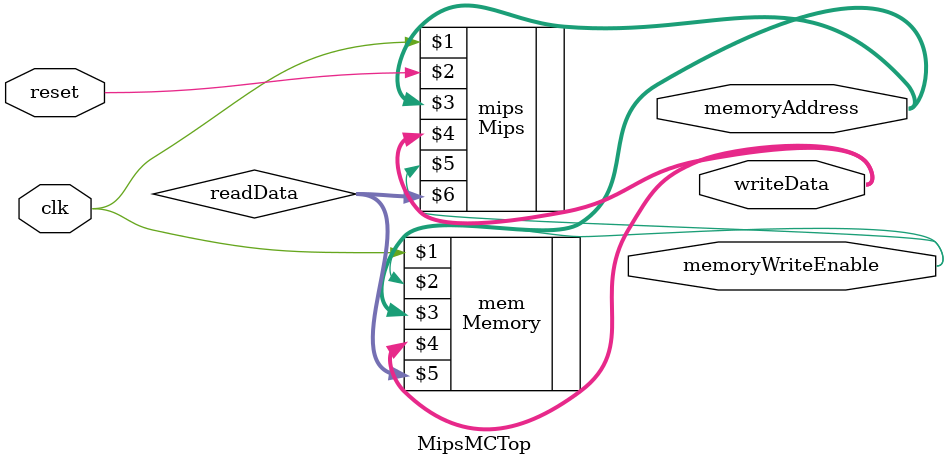
<source format=sv>
/**
 * マルチサイクル版MIPSマシン
 */
module MipsMCTop
  (input logic clk, reset,	// クロック、リセット
   output logic [31:0] writeData, memoryAddress, // メモリ書き込み値、メモリアドレス
   output logic        memoryWriteEnable); // メモリ書き込みイネーブル

   logic [31:0] readData;	// メモリ読み込み値

   // プロセッサとメモリをインスタンス化
   Mips mips(clk, reset, memoryAddress, writeData, memoryWriteEnable, readData);
   Memory mem(clk, memoryWriteEnable, memoryAddress, writeData, readData);

endmodule // MipsMCTop

   
   

</source>
